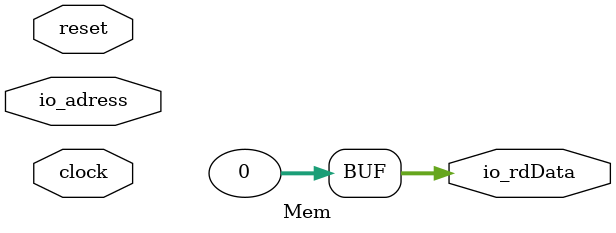
<source format=v>
module Mem(
  input         clock,
  input         reset,
  input  [10:0] io_adress,
  output [31:0] io_rdData
);
  assign io_rdData = 32'h0; // @[Mem.scala 16:{15,15}]
endmodule

</source>
